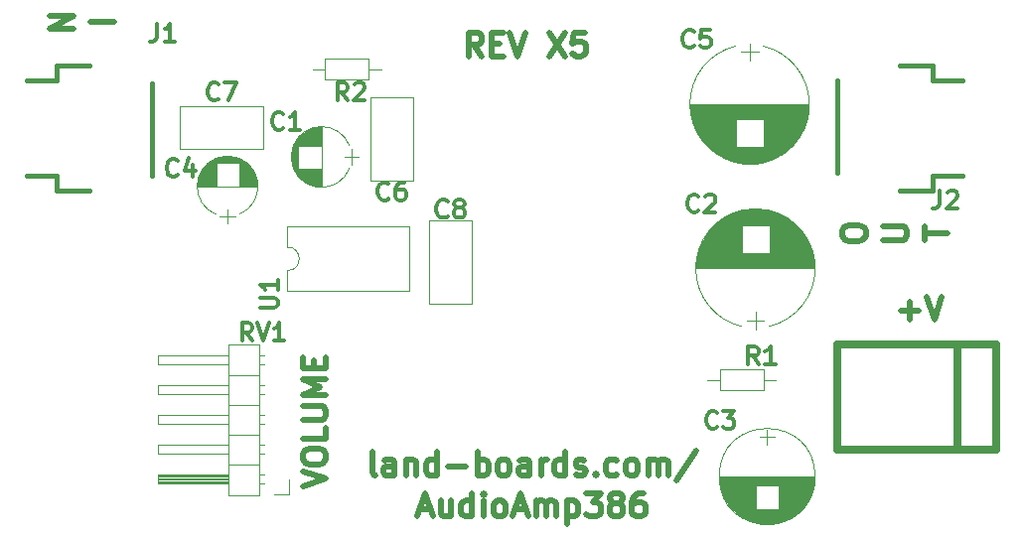
<source format=gbr>
G04 #@! TF.FileFunction,Legend,Top*
%FSLAX46Y46*%
G04 Gerber Fmt 4.6, Leading zero omitted, Abs format (unit mm)*
G04 Created by KiCad (PCBNEW 4.0.5) date 05/06/17 16:29:45*
%MOMM*%
%LPD*%
G01*
G04 APERTURE LIST*
%ADD10C,0.150000*%
%ADD11C,0.500000*%
%ADD12C,0.120000*%
%ADD13C,0.381000*%
%ADD14C,0.650000*%
%ADD15C,0.304800*%
G04 APERTURE END LIST*
D10*
D11*
X39210476Y-4417162D02*
X38543809Y-3464781D01*
X38067618Y-4417162D02*
X38067618Y-2417162D01*
X38829523Y-2417162D01*
X39019999Y-2512400D01*
X39115238Y-2607638D01*
X39210476Y-2798114D01*
X39210476Y-3083829D01*
X39115238Y-3274305D01*
X39019999Y-3369543D01*
X38829523Y-3464781D01*
X38067618Y-3464781D01*
X40067618Y-3369543D02*
X40734285Y-3369543D01*
X41019999Y-4417162D02*
X40067618Y-4417162D01*
X40067618Y-2417162D01*
X41019999Y-2417162D01*
X41591428Y-2417162D02*
X42258095Y-4417162D01*
X42924762Y-2417162D01*
X44924762Y-2417162D02*
X46258096Y-4417162D01*
X46258096Y-2417162D02*
X44924762Y-4417162D01*
X47972381Y-2417162D02*
X47020000Y-2417162D01*
X46924762Y-3369543D01*
X47020000Y-3274305D01*
X47210477Y-3179067D01*
X47686667Y-3179067D01*
X47877143Y-3274305D01*
X47972381Y-3369543D01*
X48067620Y-3560019D01*
X48067620Y-4036210D01*
X47972381Y-4226686D01*
X47877143Y-4321924D01*
X47686667Y-4417162D01*
X47210477Y-4417162D01*
X47020000Y-4321924D01*
X46924762Y-4226686D01*
X23924762Y-41131448D02*
X25924762Y-40464781D01*
X23924762Y-39798114D01*
X23924762Y-38750495D02*
X23924762Y-38369543D01*
X24020000Y-38179067D01*
X24210476Y-37988590D01*
X24591429Y-37893352D01*
X25258095Y-37893352D01*
X25639048Y-37988590D01*
X25829524Y-38179067D01*
X25924762Y-38369543D01*
X25924762Y-38750495D01*
X25829524Y-38940971D01*
X25639048Y-39131448D01*
X25258095Y-39226686D01*
X24591429Y-39226686D01*
X24210476Y-39131448D01*
X24020000Y-38940971D01*
X23924762Y-38750495D01*
X25924762Y-36083829D02*
X25924762Y-37036210D01*
X23924762Y-37036210D01*
X23924762Y-35417162D02*
X25543810Y-35417162D01*
X25734286Y-35321923D01*
X25829524Y-35226685D01*
X25924762Y-35036209D01*
X25924762Y-34655257D01*
X25829524Y-34464781D01*
X25734286Y-34369542D01*
X25543810Y-34274304D01*
X23924762Y-34274304D01*
X25924762Y-33321924D02*
X23924762Y-33321924D01*
X25353333Y-32655257D01*
X23924762Y-31988590D01*
X25924762Y-31988590D01*
X24877143Y-31036210D02*
X24877143Y-30369543D01*
X25924762Y-30083829D02*
X25924762Y-31036210D01*
X23924762Y-31036210D01*
X23924762Y-30083829D01*
X74900952Y-26155257D02*
X76424762Y-26155257D01*
X75662857Y-26917162D02*
X75662857Y-25393352D01*
X77091428Y-24917162D02*
X77758095Y-26917162D01*
X78424762Y-24917162D01*
X30139047Y-40167162D02*
X29948571Y-40071924D01*
X29853332Y-39881448D01*
X29853332Y-38167162D01*
X31758094Y-40167162D02*
X31758094Y-39119543D01*
X31662856Y-38929067D01*
X31472380Y-38833829D01*
X31091428Y-38833829D01*
X30900951Y-38929067D01*
X31758094Y-40071924D02*
X31567618Y-40167162D01*
X31091428Y-40167162D01*
X30900951Y-40071924D01*
X30805713Y-39881448D01*
X30805713Y-39690971D01*
X30900951Y-39500495D01*
X31091428Y-39405257D01*
X31567618Y-39405257D01*
X31758094Y-39310019D01*
X32710475Y-38833829D02*
X32710475Y-40167162D01*
X32710475Y-39024305D02*
X32805714Y-38929067D01*
X32996190Y-38833829D01*
X33281904Y-38833829D01*
X33472380Y-38929067D01*
X33567618Y-39119543D01*
X33567618Y-40167162D01*
X35377142Y-40167162D02*
X35377142Y-38167162D01*
X35377142Y-40071924D02*
X35186666Y-40167162D01*
X34805714Y-40167162D01*
X34615238Y-40071924D01*
X34519999Y-39976686D01*
X34424761Y-39786210D01*
X34424761Y-39214781D01*
X34519999Y-39024305D01*
X34615238Y-38929067D01*
X34805714Y-38833829D01*
X35186666Y-38833829D01*
X35377142Y-38929067D01*
X36329523Y-39405257D02*
X37853333Y-39405257D01*
X38805713Y-40167162D02*
X38805713Y-38167162D01*
X38805713Y-38929067D02*
X38996190Y-38833829D01*
X39377142Y-38833829D01*
X39567618Y-38929067D01*
X39662856Y-39024305D01*
X39758094Y-39214781D01*
X39758094Y-39786210D01*
X39662856Y-39976686D01*
X39567618Y-40071924D01*
X39377142Y-40167162D01*
X38996190Y-40167162D01*
X38805713Y-40071924D01*
X40900952Y-40167162D02*
X40710476Y-40071924D01*
X40615237Y-39976686D01*
X40519999Y-39786210D01*
X40519999Y-39214781D01*
X40615237Y-39024305D01*
X40710476Y-38929067D01*
X40900952Y-38833829D01*
X41186666Y-38833829D01*
X41377142Y-38929067D01*
X41472380Y-39024305D01*
X41567618Y-39214781D01*
X41567618Y-39786210D01*
X41472380Y-39976686D01*
X41377142Y-40071924D01*
X41186666Y-40167162D01*
X40900952Y-40167162D01*
X43281904Y-40167162D02*
X43281904Y-39119543D01*
X43186666Y-38929067D01*
X42996190Y-38833829D01*
X42615238Y-38833829D01*
X42424761Y-38929067D01*
X43281904Y-40071924D02*
X43091428Y-40167162D01*
X42615238Y-40167162D01*
X42424761Y-40071924D01*
X42329523Y-39881448D01*
X42329523Y-39690971D01*
X42424761Y-39500495D01*
X42615238Y-39405257D01*
X43091428Y-39405257D01*
X43281904Y-39310019D01*
X44234285Y-40167162D02*
X44234285Y-38833829D01*
X44234285Y-39214781D02*
X44329524Y-39024305D01*
X44424762Y-38929067D01*
X44615238Y-38833829D01*
X44805714Y-38833829D01*
X46329523Y-40167162D02*
X46329523Y-38167162D01*
X46329523Y-40071924D02*
X46139047Y-40167162D01*
X45758095Y-40167162D01*
X45567619Y-40071924D01*
X45472380Y-39976686D01*
X45377142Y-39786210D01*
X45377142Y-39214781D01*
X45472380Y-39024305D01*
X45567619Y-38929067D01*
X45758095Y-38833829D01*
X46139047Y-38833829D01*
X46329523Y-38929067D01*
X47186666Y-40071924D02*
X47377143Y-40167162D01*
X47758095Y-40167162D01*
X47948571Y-40071924D01*
X48043809Y-39881448D01*
X48043809Y-39786210D01*
X47948571Y-39595733D01*
X47758095Y-39500495D01*
X47472381Y-39500495D01*
X47281904Y-39405257D01*
X47186666Y-39214781D01*
X47186666Y-39119543D01*
X47281904Y-38929067D01*
X47472381Y-38833829D01*
X47758095Y-38833829D01*
X47948571Y-38929067D01*
X48900952Y-39976686D02*
X48996191Y-40071924D01*
X48900952Y-40167162D01*
X48805714Y-40071924D01*
X48900952Y-39976686D01*
X48900952Y-40167162D01*
X50710476Y-40071924D02*
X50520000Y-40167162D01*
X50139048Y-40167162D01*
X49948572Y-40071924D01*
X49853333Y-39976686D01*
X49758095Y-39786210D01*
X49758095Y-39214781D01*
X49853333Y-39024305D01*
X49948572Y-38929067D01*
X50139048Y-38833829D01*
X50520000Y-38833829D01*
X50710476Y-38929067D01*
X51853334Y-40167162D02*
X51662858Y-40071924D01*
X51567619Y-39976686D01*
X51472381Y-39786210D01*
X51472381Y-39214781D01*
X51567619Y-39024305D01*
X51662858Y-38929067D01*
X51853334Y-38833829D01*
X52139048Y-38833829D01*
X52329524Y-38929067D01*
X52424762Y-39024305D01*
X52520000Y-39214781D01*
X52520000Y-39786210D01*
X52424762Y-39976686D01*
X52329524Y-40071924D01*
X52139048Y-40167162D01*
X51853334Y-40167162D01*
X53377143Y-40167162D02*
X53377143Y-38833829D01*
X53377143Y-39024305D02*
X53472382Y-38929067D01*
X53662858Y-38833829D01*
X53948572Y-38833829D01*
X54139048Y-38929067D01*
X54234286Y-39119543D01*
X54234286Y-40167162D01*
X54234286Y-39119543D02*
X54329524Y-38929067D01*
X54520001Y-38833829D01*
X54805715Y-38833829D01*
X54996191Y-38929067D01*
X55091429Y-39119543D01*
X55091429Y-40167162D01*
X57472382Y-38071924D02*
X55758096Y-40643352D01*
X33900951Y-43095733D02*
X34853332Y-43095733D01*
X33710475Y-43667162D02*
X34377142Y-41667162D01*
X35043809Y-43667162D01*
X36567618Y-42333829D02*
X36567618Y-43667162D01*
X35710475Y-42333829D02*
X35710475Y-43381448D01*
X35805714Y-43571924D01*
X35996190Y-43667162D01*
X36281904Y-43667162D01*
X36472380Y-43571924D01*
X36567618Y-43476686D01*
X38377142Y-43667162D02*
X38377142Y-41667162D01*
X38377142Y-43571924D02*
X38186666Y-43667162D01*
X37805714Y-43667162D01*
X37615238Y-43571924D01*
X37519999Y-43476686D01*
X37424761Y-43286210D01*
X37424761Y-42714781D01*
X37519999Y-42524305D01*
X37615238Y-42429067D01*
X37805714Y-42333829D01*
X38186666Y-42333829D01*
X38377142Y-42429067D01*
X39329523Y-43667162D02*
X39329523Y-42333829D01*
X39329523Y-41667162D02*
X39234285Y-41762400D01*
X39329523Y-41857638D01*
X39424762Y-41762400D01*
X39329523Y-41667162D01*
X39329523Y-41857638D01*
X40567619Y-43667162D02*
X40377143Y-43571924D01*
X40281904Y-43476686D01*
X40186666Y-43286210D01*
X40186666Y-42714781D01*
X40281904Y-42524305D01*
X40377143Y-42429067D01*
X40567619Y-42333829D01*
X40853333Y-42333829D01*
X41043809Y-42429067D01*
X41139047Y-42524305D01*
X41234285Y-42714781D01*
X41234285Y-43286210D01*
X41139047Y-43476686D01*
X41043809Y-43571924D01*
X40853333Y-43667162D01*
X40567619Y-43667162D01*
X41996190Y-43095733D02*
X42948571Y-43095733D01*
X41805714Y-43667162D02*
X42472381Y-41667162D01*
X43139048Y-43667162D01*
X43805714Y-43667162D02*
X43805714Y-42333829D01*
X43805714Y-42524305D02*
X43900953Y-42429067D01*
X44091429Y-42333829D01*
X44377143Y-42333829D01*
X44567619Y-42429067D01*
X44662857Y-42619543D01*
X44662857Y-43667162D01*
X44662857Y-42619543D02*
X44758095Y-42429067D01*
X44948572Y-42333829D01*
X45234286Y-42333829D01*
X45424762Y-42429067D01*
X45520000Y-42619543D01*
X45520000Y-43667162D01*
X46472381Y-42333829D02*
X46472381Y-44333829D01*
X46472381Y-42429067D02*
X46662858Y-42333829D01*
X47043810Y-42333829D01*
X47234286Y-42429067D01*
X47329524Y-42524305D01*
X47424762Y-42714781D01*
X47424762Y-43286210D01*
X47329524Y-43476686D01*
X47234286Y-43571924D01*
X47043810Y-43667162D01*
X46662858Y-43667162D01*
X46472381Y-43571924D01*
X48091429Y-41667162D02*
X49329525Y-41667162D01*
X48662858Y-42429067D01*
X48948572Y-42429067D01*
X49139048Y-42524305D01*
X49234286Y-42619543D01*
X49329525Y-42810019D01*
X49329525Y-43286210D01*
X49234286Y-43476686D01*
X49139048Y-43571924D01*
X48948572Y-43667162D01*
X48377144Y-43667162D01*
X48186667Y-43571924D01*
X48091429Y-43476686D01*
X50472382Y-42524305D02*
X50281906Y-42429067D01*
X50186667Y-42333829D01*
X50091429Y-42143352D01*
X50091429Y-42048114D01*
X50186667Y-41857638D01*
X50281906Y-41762400D01*
X50472382Y-41667162D01*
X50853334Y-41667162D01*
X51043810Y-41762400D01*
X51139048Y-41857638D01*
X51234287Y-42048114D01*
X51234287Y-42143352D01*
X51139048Y-42333829D01*
X51043810Y-42429067D01*
X50853334Y-42524305D01*
X50472382Y-42524305D01*
X50281906Y-42619543D01*
X50186667Y-42714781D01*
X50091429Y-42905257D01*
X50091429Y-43286210D01*
X50186667Y-43476686D01*
X50281906Y-43571924D01*
X50472382Y-43667162D01*
X50853334Y-43667162D01*
X51043810Y-43571924D01*
X51139048Y-43476686D01*
X51234287Y-43286210D01*
X51234287Y-42905257D01*
X51139048Y-42714781D01*
X51043810Y-42619543D01*
X50853334Y-42524305D01*
X52948572Y-41667162D02*
X52567620Y-41667162D01*
X52377144Y-41762400D01*
X52281906Y-41857638D01*
X52091429Y-42143352D01*
X51996191Y-42524305D01*
X51996191Y-43286210D01*
X52091429Y-43476686D01*
X52186668Y-43571924D01*
X52377144Y-43667162D01*
X52758096Y-43667162D01*
X52948572Y-43571924D01*
X53043810Y-43476686D01*
X53139049Y-43286210D01*
X53139049Y-42810019D01*
X53043810Y-42619543D01*
X52948572Y-42524305D01*
X52758096Y-42429067D01*
X52377144Y-42429067D01*
X52186668Y-42524305D01*
X52091429Y-42619543D01*
X51996191Y-42810019D01*
X69924762Y-19702876D02*
X69924762Y-19321924D01*
X70020000Y-19131448D01*
X70210476Y-18940971D01*
X70591429Y-18845733D01*
X71258095Y-18845733D01*
X71639048Y-18940971D01*
X71829524Y-19131448D01*
X71924762Y-19321924D01*
X71924762Y-19702876D01*
X71829524Y-19893352D01*
X71639048Y-20083829D01*
X71258095Y-20179067D01*
X70591429Y-20179067D01*
X70210476Y-20083829D01*
X70020000Y-19893352D01*
X69924762Y-19702876D01*
X73424762Y-20083829D02*
X75043810Y-20083829D01*
X75234286Y-19988590D01*
X75329524Y-19893352D01*
X75424762Y-19702876D01*
X75424762Y-19321924D01*
X75329524Y-19131448D01*
X75234286Y-19036209D01*
X75043810Y-18940971D01*
X73424762Y-18940971D01*
X76924762Y-20083829D02*
X76924762Y-18940972D01*
X78924762Y-19512400D02*
X76924762Y-19512400D01*
X5865238Y-1512400D02*
X7865238Y-1512400D01*
X2365238Y-940971D02*
X4365238Y-940971D01*
X2365238Y-2083829D01*
X4365238Y-2083829D01*
D12*
X61340806Y-17560875D02*
G75*
G03X61340000Y-27463733I1179194J-4951525D01*
G01*
X63699194Y-17560875D02*
G75*
G02X63700000Y-27463733I-1179194J-4951525D01*
G01*
X63699194Y-17560875D02*
G75*
G03X61340000Y-17561067I-1179194J-4951525D01*
G01*
X57470000Y-22512400D02*
X67570000Y-22512400D01*
X57470000Y-22472400D02*
X67570000Y-22472400D01*
X57470000Y-22432400D02*
X67570000Y-22432400D01*
X57471000Y-22392400D02*
X67569000Y-22392400D01*
X57472000Y-22352400D02*
X67568000Y-22352400D01*
X57473000Y-22312400D02*
X67567000Y-22312400D01*
X57475000Y-22272400D02*
X67565000Y-22272400D01*
X57477000Y-22232400D02*
X67563000Y-22232400D01*
X57480000Y-22192400D02*
X67560000Y-22192400D01*
X57482000Y-22152400D02*
X67558000Y-22152400D01*
X57485000Y-22112400D02*
X67555000Y-22112400D01*
X57489000Y-22072400D02*
X67551000Y-22072400D01*
X57492000Y-22032400D02*
X67548000Y-22032400D01*
X57496000Y-21992400D02*
X67544000Y-21992400D01*
X57500000Y-21952400D02*
X67540000Y-21952400D01*
X57505000Y-21912400D02*
X67535000Y-21912400D01*
X57510000Y-21872400D02*
X67530000Y-21872400D01*
X57515000Y-21832400D02*
X67525000Y-21832400D01*
X57521000Y-21791400D02*
X67519000Y-21791400D01*
X57527000Y-21751400D02*
X67513000Y-21751400D01*
X57533000Y-21711400D02*
X67507000Y-21711400D01*
X57539000Y-21671400D02*
X67501000Y-21671400D01*
X57546000Y-21631400D02*
X67494000Y-21631400D01*
X57553000Y-21591400D02*
X67487000Y-21591400D01*
X57561000Y-21551400D02*
X67479000Y-21551400D01*
X57569000Y-21511400D02*
X67471000Y-21511400D01*
X57577000Y-21471400D02*
X67463000Y-21471400D01*
X57585000Y-21431400D02*
X67455000Y-21431400D01*
X57594000Y-21391400D02*
X67446000Y-21391400D01*
X57603000Y-21351400D02*
X67437000Y-21351400D01*
X57613000Y-21311400D02*
X67427000Y-21311400D01*
X57623000Y-21271400D02*
X67417000Y-21271400D01*
X57633000Y-21231400D02*
X67407000Y-21231400D01*
X57644000Y-21191400D02*
X61339000Y-21191400D01*
X63701000Y-21191400D02*
X67396000Y-21191400D01*
X57655000Y-21151400D02*
X61339000Y-21151400D01*
X63701000Y-21151400D02*
X67385000Y-21151400D01*
X57666000Y-21111400D02*
X61339000Y-21111400D01*
X63701000Y-21111400D02*
X67374000Y-21111400D01*
X57677000Y-21071400D02*
X61339000Y-21071400D01*
X63701000Y-21071400D02*
X67363000Y-21071400D01*
X57689000Y-21031400D02*
X61339000Y-21031400D01*
X63701000Y-21031400D02*
X67351000Y-21031400D01*
X57702000Y-20991400D02*
X61339000Y-20991400D01*
X63701000Y-20991400D02*
X67338000Y-20991400D01*
X57714000Y-20951400D02*
X61339000Y-20951400D01*
X63701000Y-20951400D02*
X67326000Y-20951400D01*
X57728000Y-20911400D02*
X61339000Y-20911400D01*
X63701000Y-20911400D02*
X67312000Y-20911400D01*
X57741000Y-20871400D02*
X61339000Y-20871400D01*
X63701000Y-20871400D02*
X67299000Y-20871400D01*
X57755000Y-20831400D02*
X61339000Y-20831400D01*
X63701000Y-20831400D02*
X67285000Y-20831400D01*
X57769000Y-20791400D02*
X61339000Y-20791400D01*
X63701000Y-20791400D02*
X67271000Y-20791400D01*
X57783000Y-20751400D02*
X61339000Y-20751400D01*
X63701000Y-20751400D02*
X67257000Y-20751400D01*
X57798000Y-20711400D02*
X61339000Y-20711400D01*
X63701000Y-20711400D02*
X67242000Y-20711400D01*
X57814000Y-20671400D02*
X61339000Y-20671400D01*
X63701000Y-20671400D02*
X67226000Y-20671400D01*
X57829000Y-20631400D02*
X61339000Y-20631400D01*
X63701000Y-20631400D02*
X67211000Y-20631400D01*
X57846000Y-20591400D02*
X61339000Y-20591400D01*
X63701000Y-20591400D02*
X67194000Y-20591400D01*
X57862000Y-20551400D02*
X61339000Y-20551400D01*
X63701000Y-20551400D02*
X67178000Y-20551400D01*
X57879000Y-20511400D02*
X61339000Y-20511400D01*
X63701000Y-20511400D02*
X67161000Y-20511400D01*
X57896000Y-20471400D02*
X61339000Y-20471400D01*
X63701000Y-20471400D02*
X67144000Y-20471400D01*
X57914000Y-20431400D02*
X61339000Y-20431400D01*
X63701000Y-20431400D02*
X67126000Y-20431400D01*
X57932000Y-20391400D02*
X61339000Y-20391400D01*
X63701000Y-20391400D02*
X67108000Y-20391400D01*
X57951000Y-20351400D02*
X61339000Y-20351400D01*
X63701000Y-20351400D02*
X67089000Y-20351400D01*
X57970000Y-20311400D02*
X61339000Y-20311400D01*
X63701000Y-20311400D02*
X67070000Y-20311400D01*
X57989000Y-20271400D02*
X61339000Y-20271400D01*
X63701000Y-20271400D02*
X67051000Y-20271400D01*
X58009000Y-20231400D02*
X61339000Y-20231400D01*
X63701000Y-20231400D02*
X67031000Y-20231400D01*
X58029000Y-20191400D02*
X61339000Y-20191400D01*
X63701000Y-20191400D02*
X67011000Y-20191400D01*
X58050000Y-20151400D02*
X61339000Y-20151400D01*
X63701000Y-20151400D02*
X66990000Y-20151400D01*
X58071000Y-20111400D02*
X61339000Y-20111400D01*
X63701000Y-20111400D02*
X66969000Y-20111400D01*
X58092000Y-20071400D02*
X61339000Y-20071400D01*
X63701000Y-20071400D02*
X66948000Y-20071400D01*
X58115000Y-20031400D02*
X61339000Y-20031400D01*
X63701000Y-20031400D02*
X66925000Y-20031400D01*
X58137000Y-19991400D02*
X61339000Y-19991400D01*
X63701000Y-19991400D02*
X66903000Y-19991400D01*
X58160000Y-19951400D02*
X61339000Y-19951400D01*
X63701000Y-19951400D02*
X66880000Y-19951400D01*
X58184000Y-19911400D02*
X61339000Y-19911400D01*
X63701000Y-19911400D02*
X66856000Y-19911400D01*
X58208000Y-19871400D02*
X61339000Y-19871400D01*
X63701000Y-19871400D02*
X66832000Y-19871400D01*
X58232000Y-19831400D02*
X61339000Y-19831400D01*
X63701000Y-19831400D02*
X66808000Y-19831400D01*
X58257000Y-19791400D02*
X61339000Y-19791400D01*
X63701000Y-19791400D02*
X66783000Y-19791400D01*
X58283000Y-19751400D02*
X61339000Y-19751400D01*
X63701000Y-19751400D02*
X66757000Y-19751400D01*
X58309000Y-19711400D02*
X61339000Y-19711400D01*
X63701000Y-19711400D02*
X66731000Y-19711400D01*
X58335000Y-19671400D02*
X61339000Y-19671400D01*
X63701000Y-19671400D02*
X66705000Y-19671400D01*
X58363000Y-19631400D02*
X61339000Y-19631400D01*
X63701000Y-19631400D02*
X66677000Y-19631400D01*
X58390000Y-19591400D02*
X61339000Y-19591400D01*
X63701000Y-19591400D02*
X66650000Y-19591400D01*
X58419000Y-19551400D02*
X61339000Y-19551400D01*
X63701000Y-19551400D02*
X66621000Y-19551400D01*
X58448000Y-19511400D02*
X61339000Y-19511400D01*
X63701000Y-19511400D02*
X66592000Y-19511400D01*
X58477000Y-19471400D02*
X61339000Y-19471400D01*
X63701000Y-19471400D02*
X66563000Y-19471400D01*
X58507000Y-19431400D02*
X61339000Y-19431400D01*
X63701000Y-19431400D02*
X66533000Y-19431400D01*
X58538000Y-19391400D02*
X61339000Y-19391400D01*
X63701000Y-19391400D02*
X66502000Y-19391400D01*
X58569000Y-19351400D02*
X61339000Y-19351400D01*
X63701000Y-19351400D02*
X66471000Y-19351400D01*
X58601000Y-19311400D02*
X61339000Y-19311400D01*
X63701000Y-19311400D02*
X66439000Y-19311400D01*
X58634000Y-19271400D02*
X61339000Y-19271400D01*
X63701000Y-19271400D02*
X66406000Y-19271400D01*
X58667000Y-19231400D02*
X61339000Y-19231400D01*
X63701000Y-19231400D02*
X66373000Y-19231400D01*
X58701000Y-19191400D02*
X61339000Y-19191400D01*
X63701000Y-19191400D02*
X66339000Y-19191400D01*
X58736000Y-19151400D02*
X61339000Y-19151400D01*
X63701000Y-19151400D02*
X66304000Y-19151400D01*
X58772000Y-19111400D02*
X61339000Y-19111400D01*
X63701000Y-19111400D02*
X66268000Y-19111400D01*
X58808000Y-19071400D02*
X61339000Y-19071400D01*
X63701000Y-19071400D02*
X66232000Y-19071400D01*
X58845000Y-19031400D02*
X61339000Y-19031400D01*
X63701000Y-19031400D02*
X66195000Y-19031400D01*
X58883000Y-18991400D02*
X61339000Y-18991400D01*
X63701000Y-18991400D02*
X66157000Y-18991400D01*
X58922000Y-18951400D02*
X61339000Y-18951400D01*
X63701000Y-18951400D02*
X66118000Y-18951400D01*
X58961000Y-18911400D02*
X61339000Y-18911400D01*
X63701000Y-18911400D02*
X66079000Y-18911400D01*
X59002000Y-18871400D02*
X61339000Y-18871400D01*
X63701000Y-18871400D02*
X66038000Y-18871400D01*
X59043000Y-18831400D02*
X65997000Y-18831400D01*
X59085000Y-18791400D02*
X65955000Y-18791400D01*
X59129000Y-18751400D02*
X65911000Y-18751400D01*
X59173000Y-18711400D02*
X65867000Y-18711400D01*
X59218000Y-18671400D02*
X65822000Y-18671400D01*
X59265000Y-18631400D02*
X65775000Y-18631400D01*
X59313000Y-18591400D02*
X65727000Y-18591400D01*
X59362000Y-18551400D02*
X65678000Y-18551400D01*
X59412000Y-18511400D02*
X65628000Y-18511400D01*
X59463000Y-18471400D02*
X65577000Y-18471400D01*
X59516000Y-18431400D02*
X65524000Y-18431400D01*
X59571000Y-18391400D02*
X65469000Y-18391400D01*
X59626000Y-18351400D02*
X65414000Y-18351400D01*
X59684000Y-18311400D02*
X65356000Y-18311400D01*
X59743000Y-18271400D02*
X65297000Y-18271400D01*
X59805000Y-18231400D02*
X65235000Y-18231400D01*
X59868000Y-18191400D02*
X65172000Y-18191400D01*
X59933000Y-18151400D02*
X65107000Y-18151400D01*
X60001000Y-18111400D02*
X65039000Y-18111400D01*
X60071000Y-18071400D02*
X64969000Y-18071400D01*
X60143000Y-18031400D02*
X64897000Y-18031400D01*
X60219000Y-17991400D02*
X64821000Y-17991400D01*
X60298000Y-17951400D02*
X64742000Y-17951400D01*
X60380000Y-17911400D02*
X64660000Y-17911400D01*
X60467000Y-17871400D02*
X64573000Y-17871400D01*
X60558000Y-17831400D02*
X64482000Y-17831400D01*
X60654000Y-17791400D02*
X64386000Y-17791400D01*
X60757000Y-17751400D02*
X64283000Y-17751400D01*
X60866000Y-17711400D02*
X64174000Y-17711400D01*
X60984000Y-17671400D02*
X64056000Y-17671400D01*
X61113000Y-17631400D02*
X63927000Y-17631400D01*
X61255000Y-17591400D02*
X63785000Y-17591400D01*
X61416000Y-17551400D02*
X63624000Y-17551400D01*
X61607000Y-17511400D02*
X63433000Y-17511400D01*
X61848000Y-17471400D02*
X63192000Y-17471400D01*
X62241000Y-17431400D02*
X62799000Y-17431400D01*
X62520000Y-27712400D02*
X62520000Y-26212400D01*
X61770000Y-26962400D02*
X63270000Y-26962400D01*
X67610000Y-40262400D02*
G75*
G03X67610000Y-40262400I-4090000J0D01*
G01*
X67570000Y-40262400D02*
X59470000Y-40262400D01*
X67570000Y-40302400D02*
X59470000Y-40302400D01*
X67570000Y-40342400D02*
X59470000Y-40342400D01*
X67569000Y-40382400D02*
X59471000Y-40382400D01*
X67567000Y-40422400D02*
X59473000Y-40422400D01*
X67566000Y-40462400D02*
X59474000Y-40462400D01*
X67563000Y-40502400D02*
X59477000Y-40502400D01*
X67561000Y-40542400D02*
X59479000Y-40542400D01*
X67558000Y-40582400D02*
X59482000Y-40582400D01*
X67555000Y-40622400D02*
X59485000Y-40622400D01*
X67551000Y-40662400D02*
X59489000Y-40662400D01*
X67547000Y-40702400D02*
X59493000Y-40702400D01*
X67542000Y-40742400D02*
X59498000Y-40742400D01*
X67537000Y-40782400D02*
X59503000Y-40782400D01*
X67532000Y-40822400D02*
X59508000Y-40822400D01*
X67526000Y-40862400D02*
X59514000Y-40862400D01*
X67520000Y-40902400D02*
X59520000Y-40902400D01*
X67514000Y-40942400D02*
X59526000Y-40942400D01*
X67507000Y-40983400D02*
X59533000Y-40983400D01*
X67499000Y-41023400D02*
X59541000Y-41023400D01*
X67491000Y-41063400D02*
X64500000Y-41063400D01*
X62540000Y-41063400D02*
X59549000Y-41063400D01*
X67483000Y-41103400D02*
X64500000Y-41103400D01*
X62540000Y-41103400D02*
X59557000Y-41103400D01*
X67475000Y-41143400D02*
X64500000Y-41143400D01*
X62540000Y-41143400D02*
X59565000Y-41143400D01*
X67466000Y-41183400D02*
X64500000Y-41183400D01*
X62540000Y-41183400D02*
X59574000Y-41183400D01*
X67456000Y-41223400D02*
X64500000Y-41223400D01*
X62540000Y-41223400D02*
X59584000Y-41223400D01*
X67446000Y-41263400D02*
X64500000Y-41263400D01*
X62540000Y-41263400D02*
X59594000Y-41263400D01*
X67436000Y-41303400D02*
X64500000Y-41303400D01*
X62540000Y-41303400D02*
X59604000Y-41303400D01*
X67425000Y-41343400D02*
X64500000Y-41343400D01*
X62540000Y-41343400D02*
X59615000Y-41343400D01*
X67414000Y-41383400D02*
X64500000Y-41383400D01*
X62540000Y-41383400D02*
X59626000Y-41383400D01*
X67403000Y-41423400D02*
X64500000Y-41423400D01*
X62540000Y-41423400D02*
X59637000Y-41423400D01*
X67390000Y-41463400D02*
X64500000Y-41463400D01*
X62540000Y-41463400D02*
X59650000Y-41463400D01*
X67378000Y-41503400D02*
X64500000Y-41503400D01*
X62540000Y-41503400D02*
X59662000Y-41503400D01*
X67365000Y-41543400D02*
X64500000Y-41543400D01*
X62540000Y-41543400D02*
X59675000Y-41543400D01*
X67352000Y-41583400D02*
X64500000Y-41583400D01*
X62540000Y-41583400D02*
X59688000Y-41583400D01*
X67338000Y-41623400D02*
X64500000Y-41623400D01*
X62540000Y-41623400D02*
X59702000Y-41623400D01*
X67323000Y-41663400D02*
X64500000Y-41663400D01*
X62540000Y-41663400D02*
X59717000Y-41663400D01*
X67309000Y-41703400D02*
X64500000Y-41703400D01*
X62540000Y-41703400D02*
X59731000Y-41703400D01*
X67293000Y-41743400D02*
X64500000Y-41743400D01*
X62540000Y-41743400D02*
X59747000Y-41743400D01*
X67278000Y-41783400D02*
X64500000Y-41783400D01*
X62540000Y-41783400D02*
X59762000Y-41783400D01*
X67261000Y-41823400D02*
X64500000Y-41823400D01*
X62540000Y-41823400D02*
X59779000Y-41823400D01*
X67245000Y-41863400D02*
X64500000Y-41863400D01*
X62540000Y-41863400D02*
X59795000Y-41863400D01*
X67227000Y-41903400D02*
X64500000Y-41903400D01*
X62540000Y-41903400D02*
X59813000Y-41903400D01*
X67210000Y-41943400D02*
X64500000Y-41943400D01*
X62540000Y-41943400D02*
X59830000Y-41943400D01*
X67191000Y-41983400D02*
X64500000Y-41983400D01*
X62540000Y-41983400D02*
X59849000Y-41983400D01*
X67172000Y-42023400D02*
X64500000Y-42023400D01*
X62540000Y-42023400D02*
X59868000Y-42023400D01*
X67153000Y-42063400D02*
X64500000Y-42063400D01*
X62540000Y-42063400D02*
X59887000Y-42063400D01*
X67133000Y-42103400D02*
X64500000Y-42103400D01*
X62540000Y-42103400D02*
X59907000Y-42103400D01*
X67113000Y-42143400D02*
X64500000Y-42143400D01*
X62540000Y-42143400D02*
X59927000Y-42143400D01*
X67092000Y-42183400D02*
X64500000Y-42183400D01*
X62540000Y-42183400D02*
X59948000Y-42183400D01*
X67070000Y-42223400D02*
X64500000Y-42223400D01*
X62540000Y-42223400D02*
X59970000Y-42223400D01*
X67048000Y-42263400D02*
X64500000Y-42263400D01*
X62540000Y-42263400D02*
X59992000Y-42263400D01*
X67025000Y-42303400D02*
X64500000Y-42303400D01*
X62540000Y-42303400D02*
X60015000Y-42303400D01*
X67002000Y-42343400D02*
X64500000Y-42343400D01*
X62540000Y-42343400D02*
X60038000Y-42343400D01*
X66978000Y-42383400D02*
X64500000Y-42383400D01*
X62540000Y-42383400D02*
X60062000Y-42383400D01*
X66954000Y-42423400D02*
X64500000Y-42423400D01*
X62540000Y-42423400D02*
X60086000Y-42423400D01*
X66928000Y-42463400D02*
X64500000Y-42463400D01*
X62540000Y-42463400D02*
X60112000Y-42463400D01*
X66903000Y-42503400D02*
X64500000Y-42503400D01*
X62540000Y-42503400D02*
X60137000Y-42503400D01*
X66876000Y-42543400D02*
X64500000Y-42543400D01*
X62540000Y-42543400D02*
X60164000Y-42543400D01*
X66849000Y-42583400D02*
X64500000Y-42583400D01*
X62540000Y-42583400D02*
X60191000Y-42583400D01*
X66821000Y-42623400D02*
X64500000Y-42623400D01*
X62540000Y-42623400D02*
X60219000Y-42623400D01*
X66792000Y-42663400D02*
X64500000Y-42663400D01*
X62540000Y-42663400D02*
X60248000Y-42663400D01*
X66763000Y-42703400D02*
X64500000Y-42703400D01*
X62540000Y-42703400D02*
X60277000Y-42703400D01*
X66733000Y-42743400D02*
X64500000Y-42743400D01*
X62540000Y-42743400D02*
X60307000Y-42743400D01*
X66702000Y-42783400D02*
X64500000Y-42783400D01*
X62540000Y-42783400D02*
X60338000Y-42783400D01*
X66670000Y-42823400D02*
X64500000Y-42823400D01*
X62540000Y-42823400D02*
X60370000Y-42823400D01*
X66638000Y-42863400D02*
X64500000Y-42863400D01*
X62540000Y-42863400D02*
X60402000Y-42863400D01*
X66604000Y-42903400D02*
X64500000Y-42903400D01*
X62540000Y-42903400D02*
X60436000Y-42903400D01*
X66570000Y-42943400D02*
X64500000Y-42943400D01*
X62540000Y-42943400D02*
X60470000Y-42943400D01*
X66535000Y-42983400D02*
X64500000Y-42983400D01*
X62540000Y-42983400D02*
X60505000Y-42983400D01*
X66499000Y-43023400D02*
X60541000Y-43023400D01*
X66462000Y-43063400D02*
X60578000Y-43063400D01*
X66424000Y-43103400D02*
X60616000Y-43103400D01*
X66385000Y-43143400D02*
X60655000Y-43143400D01*
X66344000Y-43183400D02*
X60696000Y-43183400D01*
X66303000Y-43223400D02*
X60737000Y-43223400D01*
X66260000Y-43263400D02*
X60780000Y-43263400D01*
X66217000Y-43303400D02*
X60823000Y-43303400D01*
X66172000Y-43343400D02*
X60868000Y-43343400D01*
X66125000Y-43383400D02*
X60915000Y-43383400D01*
X66077000Y-43423400D02*
X60963000Y-43423400D01*
X66028000Y-43463400D02*
X61012000Y-43463400D01*
X65977000Y-43503400D02*
X61063000Y-43503400D01*
X65924000Y-43543400D02*
X61116000Y-43543400D01*
X65869000Y-43583400D02*
X61171000Y-43583400D01*
X65813000Y-43623400D02*
X61227000Y-43623400D01*
X65754000Y-43663400D02*
X61286000Y-43663400D01*
X65693000Y-43703400D02*
X61347000Y-43703400D01*
X65629000Y-43743400D02*
X61411000Y-43743400D01*
X65563000Y-43783400D02*
X61477000Y-43783400D01*
X65494000Y-43823400D02*
X61546000Y-43823400D01*
X65422000Y-43863400D02*
X61618000Y-43863400D01*
X65346000Y-43903400D02*
X61694000Y-43903400D01*
X65265000Y-43943400D02*
X61775000Y-43943400D01*
X65180000Y-43983400D02*
X61860000Y-43983400D01*
X65090000Y-44023400D02*
X61950000Y-44023400D01*
X64993000Y-44063400D02*
X62047000Y-44063400D01*
X64889000Y-44103400D02*
X62151000Y-44103400D01*
X64774000Y-44143400D02*
X62266000Y-44143400D01*
X64647000Y-44183400D02*
X62393000Y-44183400D01*
X64503000Y-44223400D02*
X62537000Y-44223400D01*
X64334000Y-44263400D02*
X62706000Y-44263400D01*
X64118000Y-44303400D02*
X62922000Y-44303400D01*
X63766000Y-44343400D02*
X63274000Y-44343400D01*
X63520000Y-36312400D02*
X63520000Y-37512400D01*
X64170000Y-36912400D02*
X62870000Y-36912400D01*
X16538600Y-13115537D02*
G75*
G03X16540000Y-17909836I981400J-2396863D01*
G01*
X18501400Y-13115537D02*
G75*
G02X18500000Y-17909836I-981400J-2396863D01*
G01*
X18501400Y-13115537D02*
G75*
G03X16540000Y-13114964I-981400J-2396863D01*
G01*
X14970000Y-15512400D02*
X20070000Y-15512400D01*
X14970000Y-15472400D02*
X16540000Y-15472400D01*
X18500000Y-15472400D02*
X20070000Y-15472400D01*
X14971000Y-15432400D02*
X16540000Y-15432400D01*
X18500000Y-15432400D02*
X20069000Y-15432400D01*
X14972000Y-15392400D02*
X16540000Y-15392400D01*
X18500000Y-15392400D02*
X20068000Y-15392400D01*
X14974000Y-15352400D02*
X16540000Y-15352400D01*
X18500000Y-15352400D02*
X20066000Y-15352400D01*
X14977000Y-15312400D02*
X16540000Y-15312400D01*
X18500000Y-15312400D02*
X20063000Y-15312400D01*
X14981000Y-15272400D02*
X16540000Y-15272400D01*
X18500000Y-15272400D02*
X20059000Y-15272400D01*
X14985000Y-15232400D02*
X16540000Y-15232400D01*
X18500000Y-15232400D02*
X20055000Y-15232400D01*
X14989000Y-15192400D02*
X16540000Y-15192400D01*
X18500000Y-15192400D02*
X20051000Y-15192400D01*
X14995000Y-15152400D02*
X16540000Y-15152400D01*
X18500000Y-15152400D02*
X20045000Y-15152400D01*
X15001000Y-15112400D02*
X16540000Y-15112400D01*
X18500000Y-15112400D02*
X20039000Y-15112400D01*
X15007000Y-15072400D02*
X16540000Y-15072400D01*
X18500000Y-15072400D02*
X20033000Y-15072400D01*
X15014000Y-15032400D02*
X16540000Y-15032400D01*
X18500000Y-15032400D02*
X20026000Y-15032400D01*
X15022000Y-14992400D02*
X16540000Y-14992400D01*
X18500000Y-14992400D02*
X20018000Y-14992400D01*
X15031000Y-14952400D02*
X16540000Y-14952400D01*
X18500000Y-14952400D02*
X20009000Y-14952400D01*
X15040000Y-14912400D02*
X16540000Y-14912400D01*
X18500000Y-14912400D02*
X20000000Y-14912400D01*
X15050000Y-14872400D02*
X16540000Y-14872400D01*
X18500000Y-14872400D02*
X19990000Y-14872400D01*
X15060000Y-14832400D02*
X16540000Y-14832400D01*
X18500000Y-14832400D02*
X19980000Y-14832400D01*
X15072000Y-14791400D02*
X16540000Y-14791400D01*
X18500000Y-14791400D02*
X19968000Y-14791400D01*
X15084000Y-14751400D02*
X16540000Y-14751400D01*
X18500000Y-14751400D02*
X19956000Y-14751400D01*
X15096000Y-14711400D02*
X16540000Y-14711400D01*
X18500000Y-14711400D02*
X19944000Y-14711400D01*
X15110000Y-14671400D02*
X16540000Y-14671400D01*
X18500000Y-14671400D02*
X19930000Y-14671400D01*
X15124000Y-14631400D02*
X16540000Y-14631400D01*
X18500000Y-14631400D02*
X19916000Y-14631400D01*
X15138000Y-14591400D02*
X16540000Y-14591400D01*
X18500000Y-14591400D02*
X19902000Y-14591400D01*
X15154000Y-14551400D02*
X16540000Y-14551400D01*
X18500000Y-14551400D02*
X19886000Y-14551400D01*
X15170000Y-14511400D02*
X16540000Y-14511400D01*
X18500000Y-14511400D02*
X19870000Y-14511400D01*
X15187000Y-14471400D02*
X16540000Y-14471400D01*
X18500000Y-14471400D02*
X19853000Y-14471400D01*
X15205000Y-14431400D02*
X16540000Y-14431400D01*
X18500000Y-14431400D02*
X19835000Y-14431400D01*
X15224000Y-14391400D02*
X16540000Y-14391400D01*
X18500000Y-14391400D02*
X19816000Y-14391400D01*
X15244000Y-14351400D02*
X16540000Y-14351400D01*
X18500000Y-14351400D02*
X19796000Y-14351400D01*
X15264000Y-14311400D02*
X16540000Y-14311400D01*
X18500000Y-14311400D02*
X19776000Y-14311400D01*
X15286000Y-14271400D02*
X16540000Y-14271400D01*
X18500000Y-14271400D02*
X19754000Y-14271400D01*
X15308000Y-14231400D02*
X16540000Y-14231400D01*
X18500000Y-14231400D02*
X19732000Y-14231400D01*
X15331000Y-14191400D02*
X16540000Y-14191400D01*
X18500000Y-14191400D02*
X19709000Y-14191400D01*
X15355000Y-14151400D02*
X16540000Y-14151400D01*
X18500000Y-14151400D02*
X19685000Y-14151400D01*
X15380000Y-14111400D02*
X16540000Y-14111400D01*
X18500000Y-14111400D02*
X19660000Y-14111400D01*
X15407000Y-14071400D02*
X16540000Y-14071400D01*
X18500000Y-14071400D02*
X19633000Y-14071400D01*
X15434000Y-14031400D02*
X16540000Y-14031400D01*
X18500000Y-14031400D02*
X19606000Y-14031400D01*
X15462000Y-13991400D02*
X16540000Y-13991400D01*
X18500000Y-13991400D02*
X19578000Y-13991400D01*
X15492000Y-13951400D02*
X16540000Y-13951400D01*
X18500000Y-13951400D02*
X19548000Y-13951400D01*
X15523000Y-13911400D02*
X16540000Y-13911400D01*
X18500000Y-13911400D02*
X19517000Y-13911400D01*
X15555000Y-13871400D02*
X16540000Y-13871400D01*
X18500000Y-13871400D02*
X19485000Y-13871400D01*
X15588000Y-13831400D02*
X16540000Y-13831400D01*
X18500000Y-13831400D02*
X19452000Y-13831400D01*
X15623000Y-13791400D02*
X16540000Y-13791400D01*
X18500000Y-13791400D02*
X19417000Y-13791400D01*
X15659000Y-13751400D02*
X16540000Y-13751400D01*
X18500000Y-13751400D02*
X19381000Y-13751400D01*
X15697000Y-13711400D02*
X16540000Y-13711400D01*
X18500000Y-13711400D02*
X19343000Y-13711400D01*
X15737000Y-13671400D02*
X16540000Y-13671400D01*
X18500000Y-13671400D02*
X19303000Y-13671400D01*
X15778000Y-13631400D02*
X16540000Y-13631400D01*
X18500000Y-13631400D02*
X19262000Y-13631400D01*
X15821000Y-13591400D02*
X16540000Y-13591400D01*
X18500000Y-13591400D02*
X19219000Y-13591400D01*
X15866000Y-13551400D02*
X16540000Y-13551400D01*
X18500000Y-13551400D02*
X19174000Y-13551400D01*
X15914000Y-13511400D02*
X19126000Y-13511400D01*
X15964000Y-13471400D02*
X19076000Y-13471400D01*
X16016000Y-13431400D02*
X19024000Y-13431400D01*
X16072000Y-13391400D02*
X18968000Y-13391400D01*
X16130000Y-13351400D02*
X18910000Y-13351400D01*
X16193000Y-13311400D02*
X18847000Y-13311400D01*
X16259000Y-13271400D02*
X18781000Y-13271400D01*
X16331000Y-13231400D02*
X18709000Y-13231400D01*
X16408000Y-13191400D02*
X18632000Y-13191400D01*
X16492000Y-13151400D02*
X18548000Y-13151400D01*
X16586000Y-13111400D02*
X18454000Y-13111400D01*
X16691000Y-13071400D02*
X18349000Y-13071400D01*
X16813000Y-13031400D02*
X18227000Y-13031400D01*
X16961000Y-12991400D02*
X18079000Y-12991400D01*
X17166000Y-12951400D02*
X17874000Y-12951400D01*
X17520000Y-18712400D02*
X17520000Y-17512400D01*
X16870000Y-18112400D02*
X18170000Y-18112400D01*
X59470000Y-31152400D02*
X59470000Y-32872400D01*
X59470000Y-32872400D02*
X63190000Y-32872400D01*
X63190000Y-32872400D02*
X63190000Y-31152400D01*
X63190000Y-31152400D02*
X59470000Y-31152400D01*
X58400000Y-32012400D02*
X59470000Y-32012400D01*
X64260000Y-32012400D02*
X63190000Y-32012400D01*
X63199194Y-13463925D02*
G75*
G03X63200000Y-3561067I-1179194J4951525D01*
G01*
X60840806Y-13463925D02*
G75*
G02X60840000Y-3561067I1179194J4951525D01*
G01*
X60840806Y-13463925D02*
G75*
G03X63200000Y-13463733I1179194J4951525D01*
G01*
X67070000Y-8512400D02*
X56970000Y-8512400D01*
X67070000Y-8552400D02*
X56970000Y-8552400D01*
X67070000Y-8592400D02*
X56970000Y-8592400D01*
X67069000Y-8632400D02*
X56971000Y-8632400D01*
X67068000Y-8672400D02*
X56972000Y-8672400D01*
X67067000Y-8712400D02*
X56973000Y-8712400D01*
X67065000Y-8752400D02*
X56975000Y-8752400D01*
X67063000Y-8792400D02*
X56977000Y-8792400D01*
X67060000Y-8832400D02*
X56980000Y-8832400D01*
X67058000Y-8872400D02*
X56982000Y-8872400D01*
X67055000Y-8912400D02*
X56985000Y-8912400D01*
X67051000Y-8952400D02*
X56989000Y-8952400D01*
X67048000Y-8992400D02*
X56992000Y-8992400D01*
X67044000Y-9032400D02*
X56996000Y-9032400D01*
X67040000Y-9072400D02*
X57000000Y-9072400D01*
X67035000Y-9112400D02*
X57005000Y-9112400D01*
X67030000Y-9152400D02*
X57010000Y-9152400D01*
X67025000Y-9192400D02*
X57015000Y-9192400D01*
X67019000Y-9233400D02*
X57021000Y-9233400D01*
X67013000Y-9273400D02*
X57027000Y-9273400D01*
X67007000Y-9313400D02*
X57033000Y-9313400D01*
X67001000Y-9353400D02*
X57039000Y-9353400D01*
X66994000Y-9393400D02*
X57046000Y-9393400D01*
X66987000Y-9433400D02*
X57053000Y-9433400D01*
X66979000Y-9473400D02*
X57061000Y-9473400D01*
X66971000Y-9513400D02*
X57069000Y-9513400D01*
X66963000Y-9553400D02*
X57077000Y-9553400D01*
X66955000Y-9593400D02*
X57085000Y-9593400D01*
X66946000Y-9633400D02*
X57094000Y-9633400D01*
X66937000Y-9673400D02*
X57103000Y-9673400D01*
X66927000Y-9713400D02*
X57113000Y-9713400D01*
X66917000Y-9753400D02*
X57123000Y-9753400D01*
X66907000Y-9793400D02*
X57133000Y-9793400D01*
X66896000Y-9833400D02*
X63201000Y-9833400D01*
X60839000Y-9833400D02*
X57144000Y-9833400D01*
X66885000Y-9873400D02*
X63201000Y-9873400D01*
X60839000Y-9873400D02*
X57155000Y-9873400D01*
X66874000Y-9913400D02*
X63201000Y-9913400D01*
X60839000Y-9913400D02*
X57166000Y-9913400D01*
X66863000Y-9953400D02*
X63201000Y-9953400D01*
X60839000Y-9953400D02*
X57177000Y-9953400D01*
X66851000Y-9993400D02*
X63201000Y-9993400D01*
X60839000Y-9993400D02*
X57189000Y-9993400D01*
X66838000Y-10033400D02*
X63201000Y-10033400D01*
X60839000Y-10033400D02*
X57202000Y-10033400D01*
X66826000Y-10073400D02*
X63201000Y-10073400D01*
X60839000Y-10073400D02*
X57214000Y-10073400D01*
X66812000Y-10113400D02*
X63201000Y-10113400D01*
X60839000Y-10113400D02*
X57228000Y-10113400D01*
X66799000Y-10153400D02*
X63201000Y-10153400D01*
X60839000Y-10153400D02*
X57241000Y-10153400D01*
X66785000Y-10193400D02*
X63201000Y-10193400D01*
X60839000Y-10193400D02*
X57255000Y-10193400D01*
X66771000Y-10233400D02*
X63201000Y-10233400D01*
X60839000Y-10233400D02*
X57269000Y-10233400D01*
X66757000Y-10273400D02*
X63201000Y-10273400D01*
X60839000Y-10273400D02*
X57283000Y-10273400D01*
X66742000Y-10313400D02*
X63201000Y-10313400D01*
X60839000Y-10313400D02*
X57298000Y-10313400D01*
X66726000Y-10353400D02*
X63201000Y-10353400D01*
X60839000Y-10353400D02*
X57314000Y-10353400D01*
X66711000Y-10393400D02*
X63201000Y-10393400D01*
X60839000Y-10393400D02*
X57329000Y-10393400D01*
X66694000Y-10433400D02*
X63201000Y-10433400D01*
X60839000Y-10433400D02*
X57346000Y-10433400D01*
X66678000Y-10473400D02*
X63201000Y-10473400D01*
X60839000Y-10473400D02*
X57362000Y-10473400D01*
X66661000Y-10513400D02*
X63201000Y-10513400D01*
X60839000Y-10513400D02*
X57379000Y-10513400D01*
X66644000Y-10553400D02*
X63201000Y-10553400D01*
X60839000Y-10553400D02*
X57396000Y-10553400D01*
X66626000Y-10593400D02*
X63201000Y-10593400D01*
X60839000Y-10593400D02*
X57414000Y-10593400D01*
X66608000Y-10633400D02*
X63201000Y-10633400D01*
X60839000Y-10633400D02*
X57432000Y-10633400D01*
X66589000Y-10673400D02*
X63201000Y-10673400D01*
X60839000Y-10673400D02*
X57451000Y-10673400D01*
X66570000Y-10713400D02*
X63201000Y-10713400D01*
X60839000Y-10713400D02*
X57470000Y-10713400D01*
X66551000Y-10753400D02*
X63201000Y-10753400D01*
X60839000Y-10753400D02*
X57489000Y-10753400D01*
X66531000Y-10793400D02*
X63201000Y-10793400D01*
X60839000Y-10793400D02*
X57509000Y-10793400D01*
X66511000Y-10833400D02*
X63201000Y-10833400D01*
X60839000Y-10833400D02*
X57529000Y-10833400D01*
X66490000Y-10873400D02*
X63201000Y-10873400D01*
X60839000Y-10873400D02*
X57550000Y-10873400D01*
X66469000Y-10913400D02*
X63201000Y-10913400D01*
X60839000Y-10913400D02*
X57571000Y-10913400D01*
X66448000Y-10953400D02*
X63201000Y-10953400D01*
X60839000Y-10953400D02*
X57592000Y-10953400D01*
X66425000Y-10993400D02*
X63201000Y-10993400D01*
X60839000Y-10993400D02*
X57615000Y-10993400D01*
X66403000Y-11033400D02*
X63201000Y-11033400D01*
X60839000Y-11033400D02*
X57637000Y-11033400D01*
X66380000Y-11073400D02*
X63201000Y-11073400D01*
X60839000Y-11073400D02*
X57660000Y-11073400D01*
X66356000Y-11113400D02*
X63201000Y-11113400D01*
X60839000Y-11113400D02*
X57684000Y-11113400D01*
X66332000Y-11153400D02*
X63201000Y-11153400D01*
X60839000Y-11153400D02*
X57708000Y-11153400D01*
X66308000Y-11193400D02*
X63201000Y-11193400D01*
X60839000Y-11193400D02*
X57732000Y-11193400D01*
X66283000Y-11233400D02*
X63201000Y-11233400D01*
X60839000Y-11233400D02*
X57757000Y-11233400D01*
X66257000Y-11273400D02*
X63201000Y-11273400D01*
X60839000Y-11273400D02*
X57783000Y-11273400D01*
X66231000Y-11313400D02*
X63201000Y-11313400D01*
X60839000Y-11313400D02*
X57809000Y-11313400D01*
X66205000Y-11353400D02*
X63201000Y-11353400D01*
X60839000Y-11353400D02*
X57835000Y-11353400D01*
X66177000Y-11393400D02*
X63201000Y-11393400D01*
X60839000Y-11393400D02*
X57863000Y-11393400D01*
X66150000Y-11433400D02*
X63201000Y-11433400D01*
X60839000Y-11433400D02*
X57890000Y-11433400D01*
X66121000Y-11473400D02*
X63201000Y-11473400D01*
X60839000Y-11473400D02*
X57919000Y-11473400D01*
X66092000Y-11513400D02*
X63201000Y-11513400D01*
X60839000Y-11513400D02*
X57948000Y-11513400D01*
X66063000Y-11553400D02*
X63201000Y-11553400D01*
X60839000Y-11553400D02*
X57977000Y-11553400D01*
X66033000Y-11593400D02*
X63201000Y-11593400D01*
X60839000Y-11593400D02*
X58007000Y-11593400D01*
X66002000Y-11633400D02*
X63201000Y-11633400D01*
X60839000Y-11633400D02*
X58038000Y-11633400D01*
X65971000Y-11673400D02*
X63201000Y-11673400D01*
X60839000Y-11673400D02*
X58069000Y-11673400D01*
X65939000Y-11713400D02*
X63201000Y-11713400D01*
X60839000Y-11713400D02*
X58101000Y-11713400D01*
X65906000Y-11753400D02*
X63201000Y-11753400D01*
X60839000Y-11753400D02*
X58134000Y-11753400D01*
X65873000Y-11793400D02*
X63201000Y-11793400D01*
X60839000Y-11793400D02*
X58167000Y-11793400D01*
X65839000Y-11833400D02*
X63201000Y-11833400D01*
X60839000Y-11833400D02*
X58201000Y-11833400D01*
X65804000Y-11873400D02*
X63201000Y-11873400D01*
X60839000Y-11873400D02*
X58236000Y-11873400D01*
X65768000Y-11913400D02*
X63201000Y-11913400D01*
X60839000Y-11913400D02*
X58272000Y-11913400D01*
X65732000Y-11953400D02*
X63201000Y-11953400D01*
X60839000Y-11953400D02*
X58308000Y-11953400D01*
X65695000Y-11993400D02*
X63201000Y-11993400D01*
X60839000Y-11993400D02*
X58345000Y-11993400D01*
X65657000Y-12033400D02*
X63201000Y-12033400D01*
X60839000Y-12033400D02*
X58383000Y-12033400D01*
X65618000Y-12073400D02*
X63201000Y-12073400D01*
X60839000Y-12073400D02*
X58422000Y-12073400D01*
X65579000Y-12113400D02*
X63201000Y-12113400D01*
X60839000Y-12113400D02*
X58461000Y-12113400D01*
X65538000Y-12153400D02*
X63201000Y-12153400D01*
X60839000Y-12153400D02*
X58502000Y-12153400D01*
X65497000Y-12193400D02*
X58543000Y-12193400D01*
X65455000Y-12233400D02*
X58585000Y-12233400D01*
X65411000Y-12273400D02*
X58629000Y-12273400D01*
X65367000Y-12313400D02*
X58673000Y-12313400D01*
X65322000Y-12353400D02*
X58718000Y-12353400D01*
X65275000Y-12393400D02*
X58765000Y-12393400D01*
X65227000Y-12433400D02*
X58813000Y-12433400D01*
X65178000Y-12473400D02*
X58862000Y-12473400D01*
X65128000Y-12513400D02*
X58912000Y-12513400D01*
X65077000Y-12553400D02*
X58963000Y-12553400D01*
X65024000Y-12593400D02*
X59016000Y-12593400D01*
X64969000Y-12633400D02*
X59071000Y-12633400D01*
X64914000Y-12673400D02*
X59126000Y-12673400D01*
X64856000Y-12713400D02*
X59184000Y-12713400D01*
X64797000Y-12753400D02*
X59243000Y-12753400D01*
X64735000Y-12793400D02*
X59305000Y-12793400D01*
X64672000Y-12833400D02*
X59368000Y-12833400D01*
X64607000Y-12873400D02*
X59433000Y-12873400D01*
X64539000Y-12913400D02*
X59501000Y-12913400D01*
X64469000Y-12953400D02*
X59571000Y-12953400D01*
X64397000Y-12993400D02*
X59643000Y-12993400D01*
X64321000Y-13033400D02*
X59719000Y-13033400D01*
X64242000Y-13073400D02*
X59798000Y-13073400D01*
X64160000Y-13113400D02*
X59880000Y-13113400D01*
X64073000Y-13153400D02*
X59967000Y-13153400D01*
X63982000Y-13193400D02*
X60058000Y-13193400D01*
X63886000Y-13233400D02*
X60154000Y-13233400D01*
X63783000Y-13273400D02*
X60257000Y-13273400D01*
X63674000Y-13313400D02*
X60366000Y-13313400D01*
X63556000Y-13353400D02*
X60484000Y-13353400D01*
X63427000Y-13393400D02*
X60613000Y-13393400D01*
X63285000Y-13433400D02*
X60755000Y-13433400D01*
X63124000Y-13473400D02*
X60916000Y-13473400D01*
X62933000Y-13513400D02*
X61107000Y-13513400D01*
X62692000Y-13553400D02*
X61348000Y-13553400D01*
X62299000Y-13593400D02*
X61741000Y-13593400D01*
X62020000Y-3312400D02*
X62020000Y-4812400D01*
X62770000Y-4062400D02*
X61270000Y-4062400D01*
D13*
X11060000Y-14322400D02*
X11060000Y-14576400D01*
X11060000Y-7972400D02*
X11060000Y-6702400D01*
X5726000Y-5178400D02*
X2932000Y-5178400D01*
X2932000Y-5178400D02*
X2932000Y-6448400D01*
X2932000Y-6448400D02*
X392000Y-6448400D01*
X5726000Y-15846400D02*
X2932000Y-15846400D01*
X2932000Y-15846400D02*
X2932000Y-14576400D01*
X2932000Y-14576400D02*
X392000Y-14576400D01*
X11060000Y-14322400D02*
X11060000Y-7972400D01*
X69480000Y-6702400D02*
X69480000Y-6448400D01*
X69480000Y-13052400D02*
X69480000Y-14322400D01*
X74814000Y-15846400D02*
X77608000Y-15846400D01*
X77608000Y-15846400D02*
X77608000Y-14576400D01*
X77608000Y-14576400D02*
X80148000Y-14576400D01*
X74814000Y-5178400D02*
X77608000Y-5178400D01*
X77608000Y-5178400D02*
X77608000Y-6448400D01*
X77608000Y-6448400D02*
X80148000Y-6448400D01*
X69480000Y-6702400D02*
X69480000Y-13052400D01*
D12*
X29570000Y-6372400D02*
X29570000Y-4652400D01*
X29570000Y-4652400D02*
X25850000Y-4652400D01*
X25850000Y-4652400D02*
X25850000Y-6372400D01*
X25850000Y-6372400D02*
X29570000Y-6372400D01*
X30640000Y-5512400D02*
X29570000Y-5512400D01*
X24780000Y-5512400D02*
X25850000Y-5512400D01*
X22630000Y-22702400D02*
X22630000Y-24472400D01*
X22630000Y-24472400D02*
X33030000Y-24472400D01*
X33030000Y-24472400D02*
X33030000Y-18932400D01*
X33030000Y-18932400D02*
X22630000Y-18932400D01*
X22630000Y-18932400D02*
X22630000Y-20702400D01*
X22630000Y-20702400D02*
G75*
G02X22630000Y-22702400I0J-1000000D01*
G01*
X13460000Y-8702400D02*
X20580000Y-8702400D01*
X13460000Y-12322400D02*
X20580000Y-12322400D01*
X13460000Y-8702400D02*
X13460000Y-12322400D01*
X20580000Y-8702400D02*
X20580000Y-12322400D01*
X29710000Y-15072400D02*
X29710000Y-7952400D01*
X33330000Y-15072400D02*
X33330000Y-7952400D01*
X29710000Y-15072400D02*
X33330000Y-15072400D01*
X29710000Y-7952400D02*
X33330000Y-7952400D01*
X20180000Y-41842400D02*
X20180000Y-39242400D01*
X20180000Y-39242400D02*
X17560000Y-39242400D01*
X17560000Y-39242400D02*
X17560000Y-41842400D01*
X17560000Y-41842400D02*
X20180000Y-41842400D01*
X17560000Y-40892400D02*
X17560000Y-40132400D01*
X17560000Y-40132400D02*
X11560000Y-40132400D01*
X11560000Y-40132400D02*
X11560000Y-40892400D01*
X11560000Y-40892400D02*
X17560000Y-40892400D01*
X20610000Y-40892400D02*
X20180000Y-40892400D01*
X20610000Y-40132400D02*
X20180000Y-40132400D01*
X17560000Y-40772400D02*
X11560000Y-40772400D01*
X17560000Y-40652400D02*
X11560000Y-40652400D01*
X17560000Y-40532400D02*
X11560000Y-40532400D01*
X17560000Y-40412400D02*
X11560000Y-40412400D01*
X17560000Y-40292400D02*
X11560000Y-40292400D01*
X17560000Y-40172400D02*
X11560000Y-40172400D01*
X20180000Y-39242400D02*
X20180000Y-36702400D01*
X20180000Y-36702400D02*
X17560000Y-36702400D01*
X17560000Y-36702400D02*
X17560000Y-39242400D01*
X17560000Y-39242400D02*
X20180000Y-39242400D01*
X17560000Y-38352400D02*
X17560000Y-37592400D01*
X17560000Y-37592400D02*
X11560000Y-37592400D01*
X11560000Y-37592400D02*
X11560000Y-38352400D01*
X11560000Y-38352400D02*
X17560000Y-38352400D01*
X20610000Y-38352400D02*
X20180000Y-38352400D01*
X20610000Y-37592400D02*
X20180000Y-37592400D01*
X20180000Y-36702400D02*
X20180000Y-34162400D01*
X20180000Y-34162400D02*
X17560000Y-34162400D01*
X17560000Y-34162400D02*
X17560000Y-36702400D01*
X17560000Y-36702400D02*
X20180000Y-36702400D01*
X17560000Y-35812400D02*
X17560000Y-35052400D01*
X17560000Y-35052400D02*
X11560000Y-35052400D01*
X11560000Y-35052400D02*
X11560000Y-35812400D01*
X11560000Y-35812400D02*
X17560000Y-35812400D01*
X20610000Y-35812400D02*
X20180000Y-35812400D01*
X20610000Y-35052400D02*
X20180000Y-35052400D01*
X20180000Y-34162400D02*
X20180000Y-31622400D01*
X20180000Y-31622400D02*
X17560000Y-31622400D01*
X17560000Y-31622400D02*
X17560000Y-34162400D01*
X17560000Y-34162400D02*
X20180000Y-34162400D01*
X17560000Y-33272400D02*
X17560000Y-32512400D01*
X17560000Y-32512400D02*
X11560000Y-32512400D01*
X11560000Y-32512400D02*
X11560000Y-33272400D01*
X11560000Y-33272400D02*
X17560000Y-33272400D01*
X20610000Y-33272400D02*
X20180000Y-33272400D01*
X20610000Y-32512400D02*
X20180000Y-32512400D01*
X20180000Y-31622400D02*
X20180000Y-29022400D01*
X20180000Y-29022400D02*
X17560000Y-29022400D01*
X17560000Y-29022400D02*
X17560000Y-31622400D01*
X17560000Y-31622400D02*
X20180000Y-31622400D01*
X17560000Y-30732400D02*
X17560000Y-29972400D01*
X17560000Y-29972400D02*
X11560000Y-29972400D01*
X11560000Y-29972400D02*
X11560000Y-30732400D01*
X11560000Y-30732400D02*
X17560000Y-30732400D01*
X20610000Y-30732400D02*
X20180000Y-30732400D01*
X20610000Y-29972400D02*
X20180000Y-29972400D01*
X22790000Y-40512400D02*
X22790000Y-41782400D01*
X22790000Y-41782400D02*
X21520000Y-41782400D01*
X23123137Y-13993800D02*
G75*
G03X27917436Y-13992400I2396863J981400D01*
G01*
X23123137Y-12031000D02*
G75*
G02X27917436Y-12032400I2396863J-981400D01*
G01*
X23123137Y-12031000D02*
G75*
G03X23122564Y-13992400I2396863J-981400D01*
G01*
X25520000Y-15562400D02*
X25520000Y-10462400D01*
X25480000Y-15562400D02*
X25480000Y-13992400D01*
X25480000Y-12032400D02*
X25480000Y-10462400D01*
X25440000Y-15561400D02*
X25440000Y-13992400D01*
X25440000Y-12032400D02*
X25440000Y-10463400D01*
X25400000Y-15560400D02*
X25400000Y-13992400D01*
X25400000Y-12032400D02*
X25400000Y-10464400D01*
X25360000Y-15558400D02*
X25360000Y-13992400D01*
X25360000Y-12032400D02*
X25360000Y-10466400D01*
X25320000Y-15555400D02*
X25320000Y-13992400D01*
X25320000Y-12032400D02*
X25320000Y-10469400D01*
X25280000Y-15551400D02*
X25280000Y-13992400D01*
X25280000Y-12032400D02*
X25280000Y-10473400D01*
X25240000Y-15547400D02*
X25240000Y-13992400D01*
X25240000Y-12032400D02*
X25240000Y-10477400D01*
X25200000Y-15543400D02*
X25200000Y-13992400D01*
X25200000Y-12032400D02*
X25200000Y-10481400D01*
X25160000Y-15537400D02*
X25160000Y-13992400D01*
X25160000Y-12032400D02*
X25160000Y-10487400D01*
X25120000Y-15531400D02*
X25120000Y-13992400D01*
X25120000Y-12032400D02*
X25120000Y-10493400D01*
X25080000Y-15525400D02*
X25080000Y-13992400D01*
X25080000Y-12032400D02*
X25080000Y-10499400D01*
X25040000Y-15518400D02*
X25040000Y-13992400D01*
X25040000Y-12032400D02*
X25040000Y-10506400D01*
X25000000Y-15510400D02*
X25000000Y-13992400D01*
X25000000Y-12032400D02*
X25000000Y-10514400D01*
X24960000Y-15501400D02*
X24960000Y-13992400D01*
X24960000Y-12032400D02*
X24960000Y-10523400D01*
X24920000Y-15492400D02*
X24920000Y-13992400D01*
X24920000Y-12032400D02*
X24920000Y-10532400D01*
X24880000Y-15482400D02*
X24880000Y-13992400D01*
X24880000Y-12032400D02*
X24880000Y-10542400D01*
X24840000Y-15472400D02*
X24840000Y-13992400D01*
X24840000Y-12032400D02*
X24840000Y-10552400D01*
X24799000Y-15460400D02*
X24799000Y-13992400D01*
X24799000Y-12032400D02*
X24799000Y-10564400D01*
X24759000Y-15448400D02*
X24759000Y-13992400D01*
X24759000Y-12032400D02*
X24759000Y-10576400D01*
X24719000Y-15436400D02*
X24719000Y-13992400D01*
X24719000Y-12032400D02*
X24719000Y-10588400D01*
X24679000Y-15422400D02*
X24679000Y-13992400D01*
X24679000Y-12032400D02*
X24679000Y-10602400D01*
X24639000Y-15408400D02*
X24639000Y-13992400D01*
X24639000Y-12032400D02*
X24639000Y-10616400D01*
X24599000Y-15394400D02*
X24599000Y-13992400D01*
X24599000Y-12032400D02*
X24599000Y-10630400D01*
X24559000Y-15378400D02*
X24559000Y-13992400D01*
X24559000Y-12032400D02*
X24559000Y-10646400D01*
X24519000Y-15362400D02*
X24519000Y-13992400D01*
X24519000Y-12032400D02*
X24519000Y-10662400D01*
X24479000Y-15345400D02*
X24479000Y-13992400D01*
X24479000Y-12032400D02*
X24479000Y-10679400D01*
X24439000Y-15327400D02*
X24439000Y-13992400D01*
X24439000Y-12032400D02*
X24439000Y-10697400D01*
X24399000Y-15308400D02*
X24399000Y-13992400D01*
X24399000Y-12032400D02*
X24399000Y-10716400D01*
X24359000Y-15288400D02*
X24359000Y-13992400D01*
X24359000Y-12032400D02*
X24359000Y-10736400D01*
X24319000Y-15268400D02*
X24319000Y-13992400D01*
X24319000Y-12032400D02*
X24319000Y-10756400D01*
X24279000Y-15246400D02*
X24279000Y-13992400D01*
X24279000Y-12032400D02*
X24279000Y-10778400D01*
X24239000Y-15224400D02*
X24239000Y-13992400D01*
X24239000Y-12032400D02*
X24239000Y-10800400D01*
X24199000Y-15201400D02*
X24199000Y-13992400D01*
X24199000Y-12032400D02*
X24199000Y-10823400D01*
X24159000Y-15177400D02*
X24159000Y-13992400D01*
X24159000Y-12032400D02*
X24159000Y-10847400D01*
X24119000Y-15152400D02*
X24119000Y-13992400D01*
X24119000Y-12032400D02*
X24119000Y-10872400D01*
X24079000Y-15125400D02*
X24079000Y-13992400D01*
X24079000Y-12032400D02*
X24079000Y-10899400D01*
X24039000Y-15098400D02*
X24039000Y-13992400D01*
X24039000Y-12032400D02*
X24039000Y-10926400D01*
X23999000Y-15070400D02*
X23999000Y-13992400D01*
X23999000Y-12032400D02*
X23999000Y-10954400D01*
X23959000Y-15040400D02*
X23959000Y-13992400D01*
X23959000Y-12032400D02*
X23959000Y-10984400D01*
X23919000Y-15009400D02*
X23919000Y-13992400D01*
X23919000Y-12032400D02*
X23919000Y-11015400D01*
X23879000Y-14977400D02*
X23879000Y-13992400D01*
X23879000Y-12032400D02*
X23879000Y-11047400D01*
X23839000Y-14944400D02*
X23839000Y-13992400D01*
X23839000Y-12032400D02*
X23839000Y-11080400D01*
X23799000Y-14909400D02*
X23799000Y-13992400D01*
X23799000Y-12032400D02*
X23799000Y-11115400D01*
X23759000Y-14873400D02*
X23759000Y-13992400D01*
X23759000Y-12032400D02*
X23759000Y-11151400D01*
X23719000Y-14835400D02*
X23719000Y-13992400D01*
X23719000Y-12032400D02*
X23719000Y-11189400D01*
X23679000Y-14795400D02*
X23679000Y-13992400D01*
X23679000Y-12032400D02*
X23679000Y-11229400D01*
X23639000Y-14754400D02*
X23639000Y-13992400D01*
X23639000Y-12032400D02*
X23639000Y-11270400D01*
X23599000Y-14711400D02*
X23599000Y-13992400D01*
X23599000Y-12032400D02*
X23599000Y-11313400D01*
X23559000Y-14666400D02*
X23559000Y-13992400D01*
X23559000Y-12032400D02*
X23559000Y-11358400D01*
X23519000Y-14618400D02*
X23519000Y-11406400D01*
X23479000Y-14568400D02*
X23479000Y-11456400D01*
X23439000Y-14516400D02*
X23439000Y-11508400D01*
X23399000Y-14460400D02*
X23399000Y-11564400D01*
X23359000Y-14402400D02*
X23359000Y-11622400D01*
X23319000Y-14339400D02*
X23319000Y-11685400D01*
X23279000Y-14273400D02*
X23279000Y-11751400D01*
X23239000Y-14201400D02*
X23239000Y-11823400D01*
X23199000Y-14124400D02*
X23199000Y-11900400D01*
X23159000Y-14040400D02*
X23159000Y-11984400D01*
X23119000Y-13946400D02*
X23119000Y-12078400D01*
X23079000Y-13841400D02*
X23079000Y-12183400D01*
X23039000Y-13719400D02*
X23039000Y-12305400D01*
X22999000Y-13571400D02*
X22999000Y-12453400D01*
X22959000Y-13366400D02*
X22959000Y-12658400D01*
X28720000Y-13012400D02*
X27520000Y-13012400D01*
X28120000Y-13662400D02*
X28120000Y-12362400D01*
X34710000Y-25572400D02*
X34710000Y-18452400D01*
X38330000Y-25572400D02*
X38330000Y-18452400D01*
X34710000Y-25572400D02*
X38330000Y-25572400D01*
X34710000Y-18452400D02*
X38330000Y-18452400D01*
D14*
X79720000Y-29012400D02*
X79720000Y-38012400D01*
X83020000Y-38012400D02*
X83020000Y-29012400D01*
X83020000Y-38012400D02*
X69520000Y-38012400D01*
X69520000Y-38012400D02*
X69520000Y-29012400D01*
X83020000Y-29012400D02*
X69520000Y-29012400D01*
D15*
X57664000Y-17588686D02*
X57591429Y-17661257D01*
X57373715Y-17733829D01*
X57228572Y-17733829D01*
X57010857Y-17661257D01*
X56865715Y-17516114D01*
X56793143Y-17370971D01*
X56720572Y-17080686D01*
X56720572Y-16862971D01*
X56793143Y-16572686D01*
X56865715Y-16427543D01*
X57010857Y-16282400D01*
X57228572Y-16209829D01*
X57373715Y-16209829D01*
X57591429Y-16282400D01*
X57664000Y-16354971D01*
X58244572Y-16354971D02*
X58317143Y-16282400D01*
X58462286Y-16209829D01*
X58825143Y-16209829D01*
X58970286Y-16282400D01*
X59042857Y-16354971D01*
X59115429Y-16500114D01*
X59115429Y-16645257D01*
X59042857Y-16862971D01*
X58172000Y-17733829D01*
X59115429Y-17733829D01*
X59266000Y-36056686D02*
X59193429Y-36129257D01*
X58975715Y-36201829D01*
X58830572Y-36201829D01*
X58612857Y-36129257D01*
X58467715Y-35984114D01*
X58395143Y-35838971D01*
X58322572Y-35548686D01*
X58322572Y-35330971D01*
X58395143Y-35040686D01*
X58467715Y-34895543D01*
X58612857Y-34750400D01*
X58830572Y-34677829D01*
X58975715Y-34677829D01*
X59193429Y-34750400D01*
X59266000Y-34822971D01*
X59774000Y-34677829D02*
X60717429Y-34677829D01*
X60209429Y-35258400D01*
X60427143Y-35258400D01*
X60572286Y-35330971D01*
X60644857Y-35403543D01*
X60717429Y-35548686D01*
X60717429Y-35911543D01*
X60644857Y-36056686D01*
X60572286Y-36129257D01*
X60427143Y-36201829D01*
X59991715Y-36201829D01*
X59846572Y-36129257D01*
X59774000Y-36056686D01*
X13266000Y-14556686D02*
X13193429Y-14629257D01*
X12975715Y-14701829D01*
X12830572Y-14701829D01*
X12612857Y-14629257D01*
X12467715Y-14484114D01*
X12395143Y-14338971D01*
X12322572Y-14048686D01*
X12322572Y-13830971D01*
X12395143Y-13540686D01*
X12467715Y-13395543D01*
X12612857Y-13250400D01*
X12830572Y-13177829D01*
X12975715Y-13177829D01*
X13193429Y-13250400D01*
X13266000Y-13322971D01*
X14572286Y-13685829D02*
X14572286Y-14701829D01*
X14209429Y-13105257D02*
X13846572Y-14193829D01*
X14790000Y-14193829D01*
X62766000Y-30701829D02*
X62258000Y-29976114D01*
X61895143Y-30701829D02*
X61895143Y-29177829D01*
X62475715Y-29177829D01*
X62620857Y-29250400D01*
X62693429Y-29322971D01*
X62766000Y-29468114D01*
X62766000Y-29685829D01*
X62693429Y-29830971D01*
X62620857Y-29903543D01*
X62475715Y-29976114D01*
X61895143Y-29976114D01*
X64217429Y-30701829D02*
X63346572Y-30701829D01*
X63782000Y-30701829D02*
X63782000Y-29177829D01*
X63636857Y-29395543D01*
X63491715Y-29540686D01*
X63346572Y-29613257D01*
X57266000Y-3556686D02*
X57193429Y-3629257D01*
X56975715Y-3701829D01*
X56830572Y-3701829D01*
X56612857Y-3629257D01*
X56467715Y-3484114D01*
X56395143Y-3338971D01*
X56322572Y-3048686D01*
X56322572Y-2830971D01*
X56395143Y-2540686D01*
X56467715Y-2395543D01*
X56612857Y-2250400D01*
X56830572Y-2177829D01*
X56975715Y-2177829D01*
X57193429Y-2250400D01*
X57266000Y-2322971D01*
X58644857Y-2177829D02*
X57919143Y-2177829D01*
X57846572Y-2903543D01*
X57919143Y-2830971D01*
X58064286Y-2758400D01*
X58427143Y-2758400D01*
X58572286Y-2830971D01*
X58644857Y-2903543D01*
X58717429Y-3048686D01*
X58717429Y-3411543D01*
X58644857Y-3556686D01*
X58572286Y-3629257D01*
X58427143Y-3701829D01*
X58064286Y-3701829D01*
X57919143Y-3629257D01*
X57846572Y-3556686D01*
X11512000Y-1677829D02*
X11512000Y-2766400D01*
X11439428Y-2984114D01*
X11294285Y-3129257D01*
X11076571Y-3201829D01*
X10931428Y-3201829D01*
X13036000Y-3201829D02*
X12165143Y-3201829D01*
X12600571Y-3201829D02*
X12600571Y-1677829D01*
X12455428Y-1895543D01*
X12310286Y-2040686D01*
X12165143Y-2113257D01*
X78243000Y-15900829D02*
X78243000Y-16989400D01*
X78170428Y-17207114D01*
X78025285Y-17352257D01*
X77807571Y-17424829D01*
X77662428Y-17424829D01*
X78896143Y-16045971D02*
X78968714Y-15973400D01*
X79113857Y-15900829D01*
X79476714Y-15900829D01*
X79621857Y-15973400D01*
X79694428Y-16045971D01*
X79767000Y-16191114D01*
X79767000Y-16336257D01*
X79694428Y-16553971D01*
X78823571Y-17424829D01*
X79767000Y-17424829D01*
X27766000Y-8201829D02*
X27258000Y-7476114D01*
X26895143Y-8201829D02*
X26895143Y-6677829D01*
X27475715Y-6677829D01*
X27620857Y-6750400D01*
X27693429Y-6822971D01*
X27766000Y-6968114D01*
X27766000Y-7185829D01*
X27693429Y-7330971D01*
X27620857Y-7403543D01*
X27475715Y-7476114D01*
X26895143Y-7476114D01*
X28346572Y-6822971D02*
X28419143Y-6750400D01*
X28564286Y-6677829D01*
X28927143Y-6677829D01*
X29072286Y-6750400D01*
X29144857Y-6822971D01*
X29217429Y-6968114D01*
X29217429Y-7113257D01*
X29144857Y-7330971D01*
X28274000Y-8201829D01*
X29217429Y-8201829D01*
X20297429Y-25883543D02*
X21531143Y-25883543D01*
X21676286Y-25810971D01*
X21748857Y-25738400D01*
X21821429Y-25593257D01*
X21821429Y-25302971D01*
X21748857Y-25157829D01*
X21676286Y-25085257D01*
X21531143Y-25012686D01*
X20297429Y-25012686D01*
X21821429Y-23488686D02*
X21821429Y-24359543D01*
X21821429Y-23924115D02*
X20297429Y-23924115D01*
X20515143Y-24069258D01*
X20660286Y-24214400D01*
X20732857Y-24359543D01*
X16766000Y-8056686D02*
X16693429Y-8129257D01*
X16475715Y-8201829D01*
X16330572Y-8201829D01*
X16112857Y-8129257D01*
X15967715Y-7984114D01*
X15895143Y-7838971D01*
X15822572Y-7548686D01*
X15822572Y-7330971D01*
X15895143Y-7040686D01*
X15967715Y-6895543D01*
X16112857Y-6750400D01*
X16330572Y-6677829D01*
X16475715Y-6677829D01*
X16693429Y-6750400D01*
X16766000Y-6822971D01*
X17274000Y-6677829D02*
X18290000Y-6677829D01*
X17636857Y-8201829D01*
X31266000Y-16556686D02*
X31193429Y-16629257D01*
X30975715Y-16701829D01*
X30830572Y-16701829D01*
X30612857Y-16629257D01*
X30467715Y-16484114D01*
X30395143Y-16338971D01*
X30322572Y-16048686D01*
X30322572Y-15830971D01*
X30395143Y-15540686D01*
X30467715Y-15395543D01*
X30612857Y-15250400D01*
X30830572Y-15177829D01*
X30975715Y-15177829D01*
X31193429Y-15250400D01*
X31266000Y-15322971D01*
X32572286Y-15177829D02*
X32282000Y-15177829D01*
X32136857Y-15250400D01*
X32064286Y-15322971D01*
X31919143Y-15540686D01*
X31846572Y-15830971D01*
X31846572Y-16411543D01*
X31919143Y-16556686D01*
X31991715Y-16629257D01*
X32136857Y-16701829D01*
X32427143Y-16701829D01*
X32572286Y-16629257D01*
X32644857Y-16556686D01*
X32717429Y-16411543D01*
X32717429Y-16048686D01*
X32644857Y-15903543D01*
X32572286Y-15830971D01*
X32427143Y-15758400D01*
X32136857Y-15758400D01*
X31991715Y-15830971D01*
X31919143Y-15903543D01*
X31846572Y-16048686D01*
X19612857Y-28701829D02*
X19104857Y-27976114D01*
X18742000Y-28701829D02*
X18742000Y-27177829D01*
X19322572Y-27177829D01*
X19467714Y-27250400D01*
X19540286Y-27322971D01*
X19612857Y-27468114D01*
X19612857Y-27685829D01*
X19540286Y-27830971D01*
X19467714Y-27903543D01*
X19322572Y-27976114D01*
X18742000Y-27976114D01*
X20048286Y-27177829D02*
X20556286Y-28701829D01*
X21064286Y-27177829D01*
X22370572Y-28701829D02*
X21499715Y-28701829D01*
X21935143Y-28701829D02*
X21935143Y-27177829D01*
X21790000Y-27395543D01*
X21644858Y-27540686D01*
X21499715Y-27613257D01*
X22266000Y-10556686D02*
X22193429Y-10629257D01*
X21975715Y-10701829D01*
X21830572Y-10701829D01*
X21612857Y-10629257D01*
X21467715Y-10484114D01*
X21395143Y-10338971D01*
X21322572Y-10048686D01*
X21322572Y-9830971D01*
X21395143Y-9540686D01*
X21467715Y-9395543D01*
X21612857Y-9250400D01*
X21830572Y-9177829D01*
X21975715Y-9177829D01*
X22193429Y-9250400D01*
X22266000Y-9322971D01*
X23717429Y-10701829D02*
X22846572Y-10701829D01*
X23282000Y-10701829D02*
X23282000Y-9177829D01*
X23136857Y-9395543D01*
X22991715Y-9540686D01*
X22846572Y-9613257D01*
X36266000Y-18056686D02*
X36193429Y-18129257D01*
X35975715Y-18201829D01*
X35830572Y-18201829D01*
X35612857Y-18129257D01*
X35467715Y-17984114D01*
X35395143Y-17838971D01*
X35322572Y-17548686D01*
X35322572Y-17330971D01*
X35395143Y-17040686D01*
X35467715Y-16895543D01*
X35612857Y-16750400D01*
X35830572Y-16677829D01*
X35975715Y-16677829D01*
X36193429Y-16750400D01*
X36266000Y-16822971D01*
X37136857Y-17330971D02*
X36991715Y-17258400D01*
X36919143Y-17185829D01*
X36846572Y-17040686D01*
X36846572Y-16968114D01*
X36919143Y-16822971D01*
X36991715Y-16750400D01*
X37136857Y-16677829D01*
X37427143Y-16677829D01*
X37572286Y-16750400D01*
X37644857Y-16822971D01*
X37717429Y-16968114D01*
X37717429Y-17040686D01*
X37644857Y-17185829D01*
X37572286Y-17258400D01*
X37427143Y-17330971D01*
X37136857Y-17330971D01*
X36991715Y-17403543D01*
X36919143Y-17476114D01*
X36846572Y-17621257D01*
X36846572Y-17911543D01*
X36919143Y-18056686D01*
X36991715Y-18129257D01*
X37136857Y-18201829D01*
X37427143Y-18201829D01*
X37572286Y-18129257D01*
X37644857Y-18056686D01*
X37717429Y-17911543D01*
X37717429Y-17621257D01*
X37644857Y-17476114D01*
X37572286Y-17403543D01*
X37427143Y-17330971D01*
M02*

</source>
